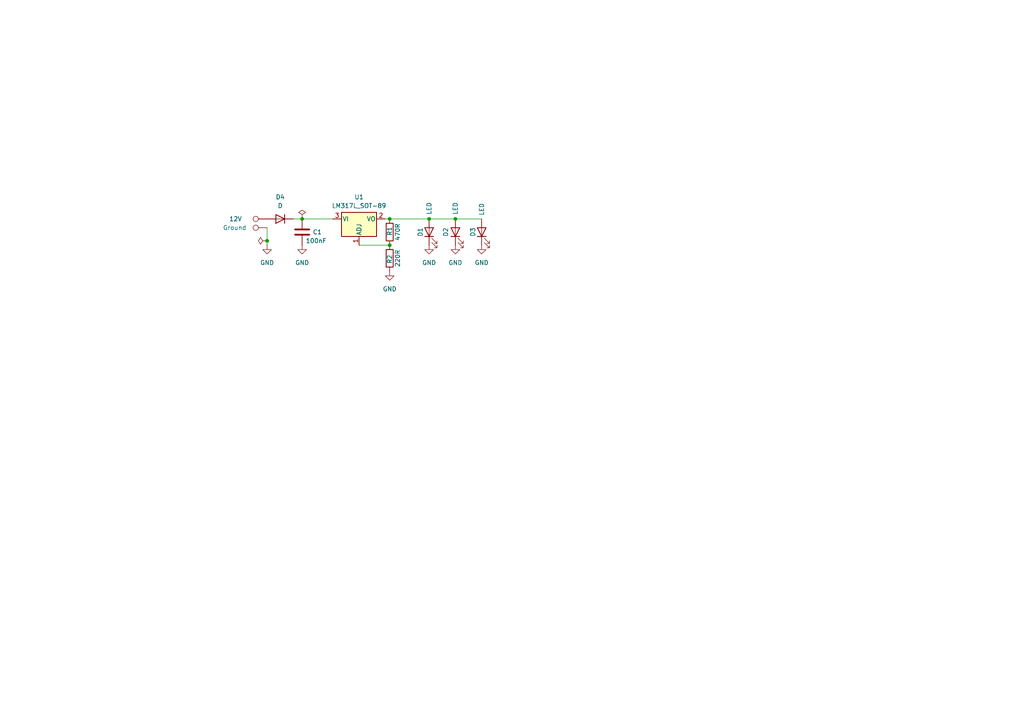
<source format=kicad_sch>
(kicad_sch (version 20231120) (generator "eeschema") (generator_version "8.0")
  (paper "A4")
  (lib_symbols
    (symbol "Connector:TestPoint" (pin_numbers hide) (pin_names (offset 0.762) hide)
      (property "Reference" "TP" (at 0 6.858 0))
      (property "Value" "TestPoint" (at 0 5.08 0))
      (symbol "TestPoint_0_1"
        (circle (center 0 3.302) (radius 0.762))
      )
      (symbol "TestPoint_1_1"
        (pin passive line (at 0 0 90) (length 2.54) (name "1") (number "1"))
      )
    )
    (symbol "Device:C" (pin_numbers hide) (pin_names (offset 0.254))
      (property "Reference" "C" (at 0.635 2.54 0))
      (property "Value" "C" (at 0.635 -2.54 0))
      (symbol "C_0_1"
        (polyline (pts (xy -2.032 -0.762) (xy 2.032 -0.762)) (stroke (width 0.508)))
        (polyline (pts (xy -2.032 0.762) (xy 2.032 0.762)) (stroke (width 0.508)))
      )
      (symbol "C_1_1"
        (pin passive line (at 0 3.81 270) (length 2.794) (name "~") (number "1"))
        (pin passive line (at 0 -3.81 90) (length 2.794) (name "~") (number "2"))
      )
    )
    (symbol "Device:D" (pin_numbers hide) (pin_names (offset 1.016) hide)
      (property "Reference" "D" (at 0 2.54 0))
      (property "Value" "D" (at 0 -2.54 0))
      (symbol "D_0_1"
        (polyline (pts (xy -1.27 1.27) (xy -1.27 -1.27)) (stroke (width 0.254)))
        (polyline (pts (xy 1.27 0) (xy -1.27 0)))
        (polyline (pts (xy 1.27 1.27) (xy 1.27 -1.27) (xy -1.27 0) (xy 1.27 1.27)) (stroke (width 0.254)))
      )
      (symbol "D_1_1"
        (pin passive line (at -3.81 0 0) (length 2.54) (name "K") (number "1"))
        (pin passive line (at 3.81 0 180) (length 2.54) (name "A") (number "2"))
      )
    )
    (symbol "Device:LED" (pin_numbers hide) (pin_names (offset 1.016) hide)
      (property "Reference" "D" (at 0 2.54 0))
      (property "Value" "LED" (at 0 -2.54 0))
      (symbol "LED_0_1"
        (polyline (pts (xy -1.27 -1.27) (xy -1.27 1.27)) (stroke (width 0.254)))
        (polyline (pts (xy -1.27 0) (xy 1.27 0)))
        (polyline (pts (xy 1.27 -1.27) (xy 1.27 1.27) (xy -1.27 0) (xy 1.27 -1.27)) (stroke (width 0.254)))
        (polyline (pts (xy -3.048 -0.762) (xy -4.572 -2.286) (xy -3.81 -2.286) (xy -4.572 -2.286) (xy -4.572 -1.524)))
        (polyline (pts (xy -1.778 -0.762) (xy -3.302 -2.286) (xy -2.54 -2.286) (xy -3.302 -2.286) (xy -3.302 -1.524)))
      )
      (symbol "LED_1_1"
        (pin passive line (at -3.81 0 0) (length 2.54) (name "K") (number "1"))
        (pin passive line (at 3.81 0 180) (length 2.54) (name "A") (number "2"))
      )
    )
    (symbol "Device:R" (pin_numbers hide) (pin_names (offset 0))
      (property "Reference" "R" (at 2.032 0 90))
      (property "Value" "R" (at 0 0 90))
      (symbol "R_0_1"
        (rectangle (start -1.016 -2.54) (end 1.016 2.54) (stroke (width 0.254)))
      )
      (symbol "R_1_1"
        (pin passive line (at 0 3.81 270) (length 1.27) (name "~") (number "1"))
        (pin passive line (at 0 -3.81 90) (length 1.27) (name "~") (number "2"))
      )
    )
    (symbol "Regulator_Linear:LM317L_SOT-89" (pin_names (offset 0.254))
      (property "Reference" "U" (at -3.81 3.175 0))
      (property "Value" "LM317L_SOT-89" (at 0 3.175 0))
      (symbol "LM317L_SOT-89_0_1"
        (rectangle (start -5.08 1.905) (end 5.08 -5.08) (stroke (width 0.254)) (fill (type background)))
      )
      (symbol "LM317L_SOT-89_1_1"
        (pin input line (at 0 -7.62 90) (length 2.54) (name "ADJ") (number "1"))
        (pin power_out line (at 7.62 0 180) (length 2.54) (name "VO") (number "2"))
        (pin power_in line (at -7.62 0 0) (length 2.54) (name "VI") (number "3"))
      )
    )
    (symbol "power:GND" (power) (pin_numbers hide) (pin_names (offset 0) hide)
      (property "Value" "GND" (at 0 -3.81 0))
      (symbol "GND_0_1"
        (polyline (pts (xy 0 0) (xy 0 -1.27) (xy 1.27 -1.27) (xy 0 -2.54) (xy -1.27 -1.27) (xy 0 -1.27)))
      )
      (symbol "GND_1_1"
        (pin power_in line (at 0 0 270) (length 0) (name "~") (number "1"))
      )
    )
    (symbol "power:PWR_FLAG" (power) (pin_numbers hide) (pin_names (offset 0) hide)
      (property "Value" "PWR_FLAG" (at 0 3.81 0))
      (symbol "PWR_FLAG_0_0"
        (pin power_out line (at 0 0 90) (length 0) (name "~") (number "1"))
      )
      (symbol "PWR_FLAG_0_1"
        (polyline (pts (xy 0 0) (xy 0 1.27) (xy -1.016 1.905) (xy 0 2.54) (xy 1.016 1.905) (xy 0 1.27)))
      )
    )
  )
  (junction (at 87.63 63.5))
  (junction (at 77.47 69.85))
  (junction (at 113.03 63.5))
  (junction (at 124.46 63.5))
  (junction (at 132.08 63.5))
  (junction (at 113.03 71.12))
  (wire (pts (xy 85.09 63.5) (xy 87.63 63.5)))
  (wire (pts (xy 132.08 63.5) (xy 139.7 63.5)))
  (wire (pts (xy 104.14 71.12) (xy 113.03 71.12)))
  (wire (pts (xy 77.47 69.85) (xy 77.47 66.04)))
  (wire (pts (xy 87.63 63.5) (xy 96.52 63.5)))
  (wire (pts (xy 113.03 63.5) (xy 124.46 63.5)))
  (wire (pts (xy 124.46 63.5) (xy 132.08 63.5)))
  (wire (pts (xy 111.76 63.5) (xy 113.03 63.5)))
  (wire (pts (xy 77.47 71.12) (xy 77.47 69.85)))
  (symbol (lib_id "power:GND") (at 124.46 71.12 0) (unit 1)
    (property "Reference" "#PWR01" (effects (hide yes)))
    (property "Value" "GND" (at 124.46 76.2 0))
    (property "Description" "Power symbol creates a global label with name \"GND\" , ground" (effects (hide yes)))
  )
  (symbol (lib_id "Connector:TestPoint") (at 77.47 63.5 90) (unit 1)
    (property "Reference" "Supply" (effects (hide yes)))
    (property "Value" "12V" (at 68.326 63.5 90))
    (property "Footprint" "TestPoint:TestPoint_Pad_D1.0mm" (effects (hide yes)))
    (property "Description" "test point" (effects (hide yes)))
  )
  (symbol (lib_id "Device:R") (at 113.03 67.31 180) (unit 1)
    (property "Reference" "R1" (at 113.03 67.056 90))
    (property "Value" "470R" (at 115.316 67.31 90))
    (property "Footprint" "Resistor_SMD:R_0805_2012Metric_Pad1.20x1.40mm_HandSolder" (effects (hide yes)))
    (property "Description" "Resistor" (effects (hide yes)))
  )
  (symbol (lib_id "Device:LED") (at 139.7 67.31 90) (unit 1)
    (property "Reference" "D3" (at 137.16 67.31 0))
    (property "Value" "LED" (at 139.7 60.706 0))
    (property "Footprint" "LED_SMD:LED_0805_2012Metric_Pad1.15x1.40mm_HandSolder" (effects (hide yes)))
    (property "Description" "Light emitting diode" (effects (hide yes)))
  )
  (symbol (lib_id "power:PWR_FLAG") (at 77.47 69.85 90) (unit 1)
    (property "Reference" "#FLG02" (effects (hide yes)))
    (property "Value" "PWR_FLAG" (effects (hide yes)))
    (property "Description" "Special symbol for telling ERC where power comes from" (effects (hide yes)))
  )
  (symbol (lib_id "power:PWR_FLAG") (at 87.63 63.5 0) (unit 1)
    (property "Reference" "#FLG01" (effects (hide yes)))
    (property "Value" "PWR_FLAG" (effects (hide yes)))
    (property "Description" "Special symbol for telling ERC where power comes from" (effects (hide yes)))
  )
  (symbol (lib_id "Device:C") (at 87.63 67.31 0) (unit 1)
    (property "Reference" "C1" (at 90.678 67.31 0) (effects (justify left)))
    (property "Value" "100nF" (at 88.646 69.85 0) (effects (justify left)))
    (property "Footprint" "Capacitor_SMD:C_0805_2012Metric_Pad1.18x1.45mm_HandSolder" (effects (hide yes)))
    (property "Description" "Unpolarized capacitor" (effects (hide yes)))
  )
  (symbol (lib_id "power:GND") (at 139.7 71.12 0) (unit 1)
    (property "Reference" "#PWR03" (effects (hide yes)))
    (property "Value" "GND" (at 139.7 76.2 0))
    (property "Description" "Power symbol creates a global label with name \"GND\" , ground" (effects (hide yes)))
  )
  (symbol (lib_id "power:GND") (at 113.03 78.74 0) (unit 1)
    (property "Reference" "#PWR05" (effects (hide yes)))
    (property "Value" "GND" (at 113.03 83.82 0))
    (property "Description" "Power symbol creates a global label with name \"GND\" , ground" (effects (hide yes)))
  )
  (symbol (lib_id "power:GND") (at 77.47 71.12 0) (unit 1)
    (property "Reference" "#PWR06" (effects (hide yes)))
    (property "Value" "GND" (at 77.47 76.2 0))
    (property "Description" "Power symbol creates a global label with name \"GND\" , ground" (effects (hide yes)))
  )
  (symbol (lib_id "Connector:TestPoint") (at 77.47 66.04 90) (unit 1)
    (property "Reference" "Ground" (effects (hide yes)))
    (property "Value" "Ground" (at 68.072 66.04 90))
    (property "Footprint" "TestPoint:TestPoint_Pad_D1.0mm" (effects (hide yes)))
    (property "Description" "test point" (effects (hide yes)))
  )
  (symbol (lib_id "Device:R") (at 113.03 74.93 180) (unit 1)
    (property "Reference" "R2" (at 113.03 75.184 90))
    (property "Value" "220R" (at 115.316 74.93 90))
    (property "Footprint" "Resistor_SMD:R_0805_2012Metric_Pad1.20x1.40mm_HandSolder" (effects (hide yes)))
    (property "Description" "Resistor" (effects (hide yes)))
  )
  (symbol (lib_id "Device:D") (at 81.28 63.5 180) (unit 1)
    (property "Reference" "D4" (at 81.28 57.15 0))
    (property "Value" "D" (at 81.28 59.69 0))
    (property "Footprint" "Diode_SMD:D_0603_1608Metric_Pad1.05x0.95mm_HandSolder" (effects (hide yes)))
    (property "Description" "Diode" (effects (hide yes)))
    (property "Sim.Device" "D" (effects (hide yes)))
    (property "Sim.Pins" "1=K 2=A" (effects (hide yes)))
  )
  (symbol (lib_id "Regulator_Linear:LM317L_SOT-89") (at 104.14 63.5 0) (unit 1)
    (property "Reference" "U1" (at 104.14 57.15 0))
    (property "Value" "LM317L_SOT-89" (at 104.14 59.69 0))
    (property "Footprint" "Package_TO_SOT_SMD:SOT-89-3" (effects (hide yes)))
    (property "Datasheet" "http://www.ti.com/lit/ds/symlink/lm317l.pdf" (effects (hide yes)))
    (property "Description" "100mA 35V Adjustable Linear Regulator, SOT-89" (effects (hide yes)))
  )
  (symbol (lib_id "power:GND") (at 87.63 71.12 0) (unit 1)
    (property "Reference" "#PWR04" (effects (hide yes)))
    (property "Value" "GND" (at 87.63 76.2 0))
    (property "Description" "Power symbol creates a global label with name \"GND\" , ground" (effects (hide yes)))
  )
  (symbol (lib_id "Device:LED") (at 132.08 67.31 90) (unit 1)
    (property "Reference" "D2" (at 129.286 67.31 0))
    (property "Value" "LED" (at 132.08 60.452 0))
    (property "Footprint" "LED_SMD:LED_0805_2012Metric_Pad1.15x1.40mm_HandSolder" (effects (hide yes)))
    (property "Description" "Light emitting diode" (effects (hide yes)))
  )
  (symbol (lib_id "Device:LED") (at 124.46 67.31 90) (unit 1)
    (property "Reference" "D1" (at 121.92 67.31 0))
    (property "Value" "LED" (at 124.46 60.452 0))
    (property "Footprint" "LED_SMD:LED_0805_2012Metric_Pad1.15x1.40mm_HandSolder" (effects (hide yes)))
    (property "Description" "Light emitting diode" (effects (hide yes)))
  )
  (symbol (lib_id "power:GND") (at 132.08 71.12 0) (unit 1)
    (property "Reference" "#PWR02" (effects (hide yes)))
    (property "Value" "GND" (at 132.08 76.2 0))
    (property "Description" "Power symbol creates a global label with name \"GND\" , ground" (effects (hide yes)))
  )
)
</source>
